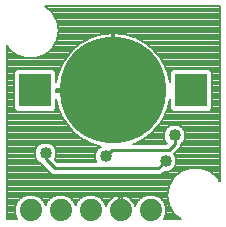
<source format=gbl>
G75*
%MOIN*%
%OFA0B0*%
%FSLAX24Y24*%
%IPPOS*%
%LPD*%
%AMOC8*
5,1,8,0,0,1.08239X$1,22.5*
%
%ADD10R,0.1095X0.1095*%
%ADD11C,0.3543*%
%ADD12C,0.0740*%
%ADD13C,0.0080*%
%ADD14C,0.0400*%
%ADD15C,0.0100*%
D10*
X001400Y011000D03*
X006600Y011000D03*
D11*
X004000Y011000D03*
D12*
X004250Y007000D03*
X003250Y007000D03*
X002250Y007000D03*
X001250Y007000D03*
X005250Y007000D03*
D13*
X000801Y006700D02*
X000450Y006700D01*
X000450Y012526D01*
X000527Y012393D01*
X000778Y012182D01*
X001086Y012070D01*
X001414Y012070D01*
X001722Y012182D01*
X001722Y012182D01*
X001973Y012393D01*
X001973Y012393D01*
X002137Y012677D01*
X002194Y013000D01*
X002137Y013323D01*
X001973Y013607D01*
X001743Y013800D01*
X007550Y013800D01*
X007550Y007974D01*
X007473Y008107D01*
X007222Y008318D01*
X006914Y008430D01*
X006586Y008430D01*
X006278Y008318D01*
X006278Y008318D01*
X006027Y008107D01*
X006027Y008107D01*
X005863Y007823D01*
X005806Y007500D01*
X005863Y007177D01*
X006027Y006893D01*
X006257Y006700D01*
X005699Y006700D01*
X005780Y006895D01*
X005780Y007105D01*
X005699Y007300D01*
X005550Y007449D01*
X005355Y007530D01*
X005145Y007530D01*
X004950Y007449D01*
X004801Y007300D01*
X004738Y007149D01*
X004723Y007196D01*
X004686Y007267D01*
X004639Y007332D01*
X004582Y007389D01*
X004517Y007436D01*
X004446Y007473D01*
X004369Y007497D01*
X004290Y007510D01*
X004290Y007040D01*
X004210Y007040D01*
X004210Y007510D01*
X004210Y007510D01*
X004131Y007497D01*
X004054Y007473D01*
X003983Y007436D01*
X003918Y007389D01*
X003861Y007332D01*
X003814Y007267D01*
X003777Y007196D01*
X003762Y007149D01*
X003699Y007300D01*
X003550Y007449D01*
X003355Y007530D01*
X003145Y007530D01*
X002950Y007449D01*
X002801Y007300D01*
X002750Y007178D01*
X002699Y007300D01*
X002550Y007449D01*
X002355Y007530D01*
X002145Y007530D01*
X001950Y007449D01*
X001801Y007300D01*
X001750Y007178D01*
X001699Y007300D01*
X001550Y007449D01*
X001355Y007530D01*
X001145Y007530D01*
X000950Y007449D01*
X000801Y007300D01*
X000720Y007105D01*
X000720Y006895D01*
X000801Y006700D01*
X000786Y006736D02*
X000450Y006736D01*
X000450Y006814D02*
X000753Y006814D01*
X000721Y006893D02*
X000450Y006893D01*
X000450Y006971D02*
X000720Y006971D01*
X000720Y007050D02*
X000450Y007050D01*
X000450Y007128D02*
X000729Y007128D01*
X000762Y007207D02*
X000450Y007207D01*
X000450Y007285D02*
X000794Y007285D01*
X000864Y007364D02*
X000450Y007364D01*
X000450Y007442D02*
X000942Y007442D01*
X001122Y007521D02*
X000450Y007521D01*
X000450Y007599D02*
X005823Y007599D01*
X005809Y007521D02*
X005378Y007521D01*
X005558Y007442D02*
X005816Y007442D01*
X005806Y007500D02*
X005806Y007500D01*
X005830Y007364D02*
X005636Y007364D01*
X005706Y007285D02*
X005844Y007285D01*
X005857Y007207D02*
X005738Y007207D01*
X005771Y007128D02*
X005891Y007128D01*
X005863Y007177D02*
X005863Y007177D01*
X005936Y007050D02*
X005780Y007050D01*
X005780Y006971D02*
X005982Y006971D01*
X006027Y006893D02*
X006027Y006893D01*
X005779Y006893D01*
X005747Y006814D02*
X006121Y006814D01*
X006214Y006736D02*
X005714Y006736D01*
X004762Y007207D02*
X004717Y007207D01*
X004673Y007285D02*
X004794Y007285D01*
X004864Y007364D02*
X004608Y007364D01*
X004506Y007442D02*
X004942Y007442D01*
X005122Y007521D02*
X003378Y007521D01*
X003558Y007442D02*
X003994Y007442D01*
X003892Y007364D02*
X003636Y007364D01*
X003706Y007285D02*
X003827Y007285D01*
X003783Y007207D02*
X003738Y007207D01*
X004210Y007207D02*
X004290Y007207D01*
X004290Y007285D02*
X004210Y007285D01*
X004210Y007364D02*
X004290Y007364D01*
X004290Y007442D02*
X004210Y007442D01*
X004290Y007510D02*
X004290Y007510D01*
X004290Y007128D02*
X004210Y007128D01*
X004210Y007050D02*
X004290Y007050D01*
X003122Y007521D02*
X002378Y007521D01*
X002558Y007442D02*
X002942Y007442D01*
X002864Y007364D02*
X002636Y007364D01*
X002706Y007285D02*
X002794Y007285D01*
X002762Y007207D02*
X002738Y007207D01*
X002122Y007521D02*
X001378Y007521D01*
X001558Y007442D02*
X001942Y007442D01*
X001864Y007364D02*
X001636Y007364D01*
X001706Y007285D02*
X001794Y007285D01*
X001762Y007207D02*
X001738Y007207D01*
X000450Y007678D02*
X005837Y007678D01*
X005851Y007756D02*
X000450Y007756D01*
X000450Y007835D02*
X005869Y007835D01*
X005863Y007823D02*
X005863Y007823D01*
X005915Y007913D02*
X000450Y007913D01*
X000450Y007992D02*
X005960Y007992D01*
X006005Y008070D02*
X000450Y008070D01*
X000450Y008149D02*
X006076Y008149D01*
X006027Y008107D02*
X006027Y008107D01*
X006170Y008227D02*
X005624Y008227D01*
X005587Y008190D02*
X005687Y008290D01*
X005822Y008290D01*
X005954Y008345D01*
X006055Y008446D01*
X006110Y008578D01*
X006110Y008722D01*
X006055Y008854D01*
X006028Y008881D01*
X006260Y009113D01*
X006260Y009201D01*
X006355Y009296D01*
X006410Y009428D01*
X006410Y009572D01*
X006355Y009704D01*
X006254Y009805D01*
X006122Y009860D01*
X005978Y009860D01*
X005846Y009805D01*
X005745Y009704D01*
X005690Y009572D01*
X005690Y009428D01*
X005745Y009296D01*
X005797Y009244D01*
X005763Y009210D01*
X004671Y009210D01*
X004732Y009232D01*
X004884Y009303D01*
X005028Y009386D01*
X005165Y009482D01*
X005293Y009589D01*
X005411Y009707D01*
X005518Y009835D01*
X005614Y009972D01*
X005697Y010116D01*
X005768Y010268D01*
X007550Y010268D01*
X007550Y010190D02*
X005731Y010190D01*
X005768Y010268D02*
X005825Y010425D01*
X005893Y010425D01*
X005893Y010386D02*
X005986Y010293D01*
X007214Y010293D01*
X007307Y010386D01*
X007307Y011614D01*
X007214Y011707D01*
X005986Y011707D01*
X005893Y011614D01*
X005893Y011276D01*
X005868Y011414D01*
X005825Y011575D01*
X005768Y011732D01*
X005697Y011884D01*
X005614Y012028D01*
X005518Y012165D01*
X005411Y012293D01*
X005293Y012411D01*
X005165Y012518D01*
X005028Y012614D01*
X004884Y012697D01*
X004732Y012768D01*
X004575Y012825D01*
X004414Y012868D01*
X004250Y012897D01*
X004083Y012912D01*
X004040Y012912D01*
X004040Y011040D01*
X003960Y011040D01*
X003960Y012912D01*
X003917Y012912D01*
X003750Y012897D01*
X003586Y012868D01*
X003425Y012825D01*
X003268Y012768D01*
X003116Y012697D01*
X002972Y012614D01*
X002835Y012518D01*
X002707Y012411D01*
X002589Y012293D01*
X002482Y012165D01*
X002386Y012028D01*
X002303Y011884D01*
X002232Y011732D01*
X002175Y011575D01*
X002132Y011414D01*
X002107Y011276D01*
X002107Y011614D01*
X002014Y011707D01*
X000786Y011707D01*
X000693Y011614D01*
X000693Y010386D01*
X000786Y010293D01*
X002014Y010293D01*
X002107Y010386D01*
X002107Y010724D01*
X002132Y010586D01*
X002175Y010425D01*
X002107Y010425D01*
X002175Y010425D02*
X002232Y010268D01*
X000450Y010268D01*
X000450Y010190D02*
X002269Y010190D01*
X002303Y010116D02*
X002232Y010268D01*
X002204Y010347D02*
X002068Y010347D01*
X002107Y010504D02*
X002154Y010504D01*
X002133Y010582D02*
X002107Y010582D01*
X002107Y010661D02*
X002119Y010661D01*
X002107Y010960D02*
X003960Y010960D01*
X003960Y011040D01*
X002107Y011040D01*
X002107Y010960D01*
X002107Y010975D02*
X003960Y010975D01*
X003960Y011053D02*
X004040Y011053D01*
X004040Y011132D02*
X003960Y011132D01*
X003960Y011210D02*
X004040Y011210D01*
X004040Y011289D02*
X003960Y011289D01*
X003960Y011367D02*
X004040Y011367D01*
X004040Y011446D02*
X003960Y011446D01*
X003960Y011524D02*
X004040Y011524D01*
X004040Y011603D02*
X003960Y011603D01*
X003960Y011681D02*
X004040Y011681D01*
X004040Y011760D02*
X003960Y011760D01*
X003960Y011838D02*
X004040Y011838D01*
X004040Y011917D02*
X003960Y011917D01*
X003960Y011995D02*
X004040Y011995D01*
X004040Y012074D02*
X003960Y012074D01*
X003960Y012152D02*
X004040Y012152D01*
X004040Y012231D02*
X003960Y012231D01*
X003960Y012309D02*
X004040Y012309D01*
X004040Y012388D02*
X003960Y012388D01*
X003960Y012466D02*
X004040Y012466D01*
X004040Y012545D02*
X003960Y012545D01*
X003960Y012623D02*
X004040Y012623D01*
X004040Y012702D02*
X003960Y012702D01*
X003960Y012780D02*
X004040Y012780D01*
X004040Y012859D02*
X003960Y012859D01*
X003550Y012859D02*
X002169Y012859D01*
X002183Y012937D02*
X007550Y012937D01*
X007550Y012859D02*
X004450Y012859D01*
X004699Y012780D02*
X007550Y012780D01*
X007550Y012702D02*
X004874Y012702D01*
X005012Y012623D02*
X007550Y012623D01*
X007550Y012545D02*
X005127Y012545D01*
X005227Y012466D02*
X007550Y012466D01*
X007550Y012388D02*
X005316Y012388D01*
X005394Y012309D02*
X007550Y012309D01*
X007550Y012231D02*
X005463Y012231D01*
X005527Y012152D02*
X007550Y012152D01*
X007550Y012074D02*
X005582Y012074D01*
X005633Y011995D02*
X007550Y011995D01*
X007550Y011917D02*
X005678Y011917D01*
X005719Y011838D02*
X007550Y011838D01*
X007550Y011760D02*
X005755Y011760D01*
X005786Y011681D02*
X005960Y011681D01*
X005893Y011603D02*
X005815Y011603D01*
X005839Y011524D02*
X005893Y011524D01*
X005893Y011446D02*
X005860Y011446D01*
X005876Y011367D02*
X005893Y011367D01*
X005890Y011289D02*
X005893Y011289D01*
X005893Y010724D02*
X005893Y010386D01*
X005932Y010347D02*
X005796Y010347D01*
X005825Y010425D02*
X005868Y010586D01*
X005893Y010724D01*
X005893Y010661D02*
X005881Y010661D01*
X005893Y010582D02*
X005867Y010582D01*
X005846Y010504D02*
X005893Y010504D01*
X005694Y010111D02*
X007550Y010111D01*
X007550Y010033D02*
X005649Y010033D01*
X005601Y009954D02*
X007550Y009954D01*
X007550Y009876D02*
X005546Y009876D01*
X005486Y009797D02*
X005838Y009797D01*
X005759Y009719D02*
X005420Y009719D01*
X005343Y009640D02*
X005718Y009640D01*
X005690Y009562D02*
X005260Y009562D01*
X005166Y009483D02*
X005690Y009483D01*
X005700Y009405D02*
X005054Y009405D01*
X004924Y009326D02*
X005732Y009326D01*
X005793Y009248D02*
X004765Y009248D01*
X003603Y009129D02*
X003546Y009105D01*
X003445Y009004D01*
X003390Y008872D01*
X003390Y008728D01*
X003439Y008610D01*
X002137Y008610D01*
X002053Y008694D01*
X002055Y008696D01*
X002110Y008828D01*
X002110Y008972D01*
X002055Y009104D01*
X001954Y009205D01*
X001822Y009260D01*
X001678Y009260D01*
X001546Y009205D01*
X001445Y009104D01*
X001390Y008972D01*
X001390Y008828D01*
X001445Y008696D01*
X001546Y008595D01*
X001567Y008586D01*
X001963Y008190D01*
X005587Y008190D01*
X005859Y008306D02*
X006263Y008306D01*
X006460Y008384D02*
X005993Y008384D01*
X006062Y008463D02*
X007550Y008463D01*
X007550Y008541D02*
X006095Y008541D01*
X006110Y008620D02*
X007550Y008620D01*
X007550Y008698D02*
X006110Y008698D01*
X006087Y008777D02*
X007550Y008777D01*
X007550Y008855D02*
X006054Y008855D01*
X006080Y008934D02*
X007550Y008934D01*
X007550Y009012D02*
X006159Y009012D01*
X006237Y009091D02*
X007550Y009091D01*
X007550Y009169D02*
X006260Y009169D01*
X006307Y009248D02*
X007550Y009248D01*
X007550Y009326D02*
X006368Y009326D01*
X006400Y009405D02*
X007550Y009405D01*
X007550Y009483D02*
X006410Y009483D01*
X006410Y009562D02*
X007550Y009562D01*
X007550Y009640D02*
X006382Y009640D01*
X006341Y009719D02*
X007550Y009719D01*
X007550Y009797D02*
X006262Y009797D01*
X007268Y010347D02*
X007550Y010347D01*
X007550Y010425D02*
X007307Y010425D01*
X007307Y010504D02*
X007550Y010504D01*
X007550Y010582D02*
X007307Y010582D01*
X007307Y010661D02*
X007550Y010661D01*
X007550Y010739D02*
X007307Y010739D01*
X007307Y010818D02*
X007550Y010818D01*
X007550Y010896D02*
X007307Y010896D01*
X007307Y010975D02*
X007550Y010975D01*
X007550Y011053D02*
X007307Y011053D01*
X007307Y011132D02*
X007550Y011132D01*
X007550Y011210D02*
X007307Y011210D01*
X007307Y011289D02*
X007550Y011289D01*
X007550Y011367D02*
X007307Y011367D01*
X007307Y011446D02*
X007550Y011446D01*
X007550Y011524D02*
X007307Y011524D01*
X007307Y011603D02*
X007550Y011603D01*
X007550Y011681D02*
X007240Y011681D01*
X007550Y013016D02*
X002192Y013016D01*
X002194Y013000D02*
X002194Y013000D01*
X002178Y013094D02*
X007550Y013094D01*
X007550Y013173D02*
X002164Y013173D01*
X002150Y013251D02*
X007550Y013251D01*
X007550Y013330D02*
X002134Y013330D01*
X002137Y013323D02*
X002137Y013323D01*
X002088Y013408D02*
X007550Y013408D01*
X007550Y013487D02*
X002043Y013487D01*
X001998Y013565D02*
X007550Y013565D01*
X007550Y013644D02*
X001930Y013644D01*
X001973Y013607D02*
X001973Y013607D01*
X001836Y013722D02*
X007550Y013722D01*
X003301Y012780D02*
X002156Y012780D01*
X002142Y012702D02*
X003126Y012702D01*
X002988Y012623D02*
X002106Y012623D01*
X002137Y012677D02*
X002137Y012677D01*
X002061Y012545D02*
X002873Y012545D01*
X002773Y012466D02*
X002016Y012466D01*
X001973Y012393D02*
X001973Y012393D01*
X001967Y012388D02*
X002684Y012388D01*
X002606Y012309D02*
X001873Y012309D01*
X001780Y012231D02*
X002537Y012231D01*
X002473Y012152D02*
X001639Y012152D01*
X001424Y012074D02*
X002418Y012074D01*
X002367Y011995D02*
X000450Y011995D01*
X000450Y011917D02*
X002322Y011917D01*
X002281Y011838D02*
X000450Y011838D01*
X000450Y011760D02*
X002245Y011760D01*
X002214Y011681D02*
X002040Y011681D01*
X002107Y011603D02*
X002185Y011603D01*
X002161Y011524D02*
X002107Y011524D01*
X002107Y011446D02*
X002140Y011446D01*
X002124Y011367D02*
X002107Y011367D01*
X002107Y011289D02*
X002110Y011289D01*
X000760Y011681D02*
X000450Y011681D01*
X000450Y011603D02*
X000693Y011603D01*
X000693Y011524D02*
X000450Y011524D01*
X000450Y011446D02*
X000693Y011446D01*
X000693Y011367D02*
X000450Y011367D01*
X000450Y011289D02*
X000693Y011289D01*
X000693Y011210D02*
X000450Y011210D01*
X000450Y011132D02*
X000693Y011132D01*
X000693Y011053D02*
X000450Y011053D01*
X000450Y010975D02*
X000693Y010975D01*
X000693Y010896D02*
X000450Y010896D01*
X000450Y010818D02*
X000693Y010818D01*
X000693Y010739D02*
X000450Y010739D01*
X000450Y010661D02*
X000693Y010661D01*
X000693Y010582D02*
X000450Y010582D01*
X000450Y010504D02*
X000693Y010504D01*
X000693Y010425D02*
X000450Y010425D01*
X000450Y010347D02*
X000732Y010347D01*
X000450Y010111D02*
X002306Y010111D01*
X002303Y010116D02*
X002386Y009972D01*
X002482Y009835D01*
X002589Y009707D01*
X002707Y009589D01*
X002835Y009482D01*
X002972Y009386D01*
X003116Y009303D01*
X003268Y009232D01*
X003425Y009175D01*
X003586Y009132D01*
X003603Y009129D01*
X003531Y009091D02*
X002061Y009091D01*
X002093Y009012D02*
X003453Y009012D01*
X003416Y008934D02*
X002110Y008934D01*
X002110Y008855D02*
X003390Y008855D01*
X003390Y008777D02*
X002089Y008777D01*
X002056Y008698D02*
X003403Y008698D01*
X003435Y008620D02*
X002127Y008620D01*
X001848Y008306D02*
X000450Y008306D01*
X000450Y008384D02*
X001769Y008384D01*
X001691Y008463D02*
X000450Y008463D01*
X000450Y008541D02*
X001612Y008541D01*
X001521Y008620D02*
X000450Y008620D01*
X000450Y008698D02*
X001444Y008698D01*
X001411Y008777D02*
X000450Y008777D01*
X000450Y008855D02*
X001390Y008855D01*
X001390Y008934D02*
X000450Y008934D01*
X000450Y009012D02*
X001407Y009012D01*
X001439Y009091D02*
X000450Y009091D01*
X000450Y009169D02*
X001510Y009169D01*
X001648Y009248D02*
X000450Y009248D01*
X000450Y009326D02*
X003076Y009326D01*
X002946Y009405D02*
X000450Y009405D01*
X000450Y009483D02*
X002834Y009483D01*
X002740Y009562D02*
X000450Y009562D01*
X000450Y009640D02*
X002657Y009640D01*
X002580Y009719D02*
X000450Y009719D01*
X000450Y009797D02*
X002514Y009797D01*
X002454Y009876D02*
X000450Y009876D01*
X000450Y009954D02*
X002399Y009954D01*
X002351Y010033D02*
X000450Y010033D01*
X001852Y009248D02*
X003235Y009248D01*
X003447Y009169D02*
X001990Y009169D01*
X001926Y008227D02*
X000450Y008227D01*
X007040Y008384D02*
X007550Y008384D01*
X007550Y008306D02*
X007237Y008306D01*
X007222Y008318D02*
X007222Y008318D01*
X007330Y008227D02*
X007550Y008227D01*
X007550Y008149D02*
X007424Y008149D01*
X007473Y008107D02*
X007473Y008107D01*
X007495Y008070D02*
X007550Y008070D01*
X007540Y007992D02*
X007550Y007992D01*
X001076Y012074D02*
X000450Y012074D01*
X000450Y012152D02*
X000861Y012152D01*
X000778Y012182D02*
X000778Y012182D01*
X000720Y012231D02*
X000450Y012231D01*
X000450Y012309D02*
X000627Y012309D01*
X000533Y012388D02*
X000450Y012388D01*
X000527Y012393D02*
X000527Y012393D01*
X000484Y012466D02*
X000450Y012466D01*
D14*
X002700Y011750D03*
X006050Y009500D03*
X005750Y008650D03*
X003750Y008800D03*
X001750Y008900D03*
D15*
X001750Y008700D01*
X002050Y008400D01*
X005500Y008400D01*
X005750Y008650D01*
X005850Y009000D02*
X003950Y009000D01*
X003750Y008800D01*
X005850Y009000D02*
X006050Y009200D01*
X006050Y009500D01*
X004000Y011000D02*
X003450Y011000D01*
X002700Y011750D01*
M02*

</source>
